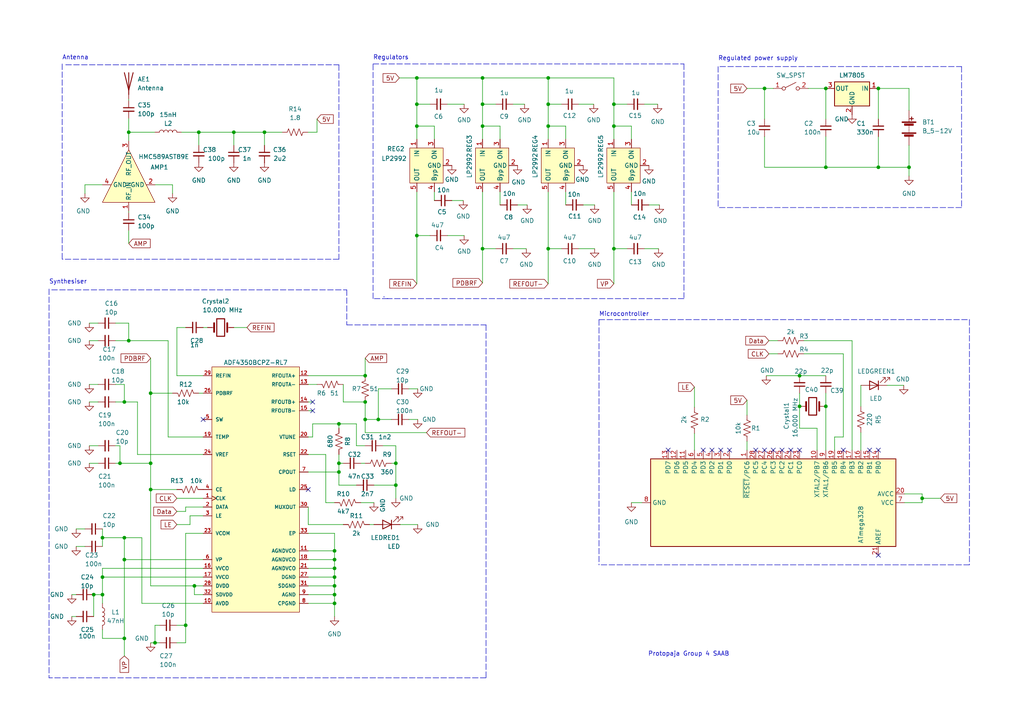
<source format=kicad_sch>
(kicad_sch (version 20211123) (generator eeschema)
  (paper "A4")
  (lib_symbols
    (symbol "C_Small_1" (pin_numbers hide) (pin_names (offset 0.254) hide)
      (property "Reference" "C" (at 0.254 1.778 0))
      (property "Value" "C_Small_1" (at 0.254 -2.032 0))
      (symbol "C_Small_1_1_1"
        (pin passive line (at 0 2.54 270) (length 2.032) (name "~") (number "1"))
        (pin passive line (at 0 -2.54 90) (length 2.032) (name "~") (number "2"))
      )
    )
    (symbol "Device:Antenna" (pin_numbers hide) (pin_names (offset 1.016) hide)
      (property "Reference" "AE" (at -1.905 1.905 0))
      (property "Value" "Antenna" (at -1.905 0 0))
      (symbol "Antenna_1_1"
        (pin input line (at 0 -5.08 90) (length 2.54) (name "A") (number "1"))
      )
    )
    (symbol "Device:Battery" (pin_numbers hide) (pin_names (offset 0) hide)
      (property "Reference" "BT" (at 2.54 2.54 0))
      (property "Value" "Battery" (at 2.54 0 0))
      (symbol "Battery_1_1"
        (pin passive line (at 0 5.08 270) (length 2.54) (name "+") (number "1"))
        (pin passive line (at 0 -5.08 90) (length 2.54) (name "-") (number "2"))
      )
    )
    (symbol "Device:C_Small" (pin_numbers hide) (pin_names (offset 0.254) hide)
      (property "Reference" "C" (at 0.254 1.778 0))
      (property "Value" "C_Small" (at 0.254 -2.032 0))
      (symbol "C_Small_1_1"
        (pin passive line (at 0 2.54 270) (length 2.032) (name "~") (number "1"))
        (pin passive line (at 0 -2.54 90) (length 2.032) (name "~") (number "2"))
      )
    )
    (symbol "Device:Crystal" (pin_numbers hide) (pin_names (offset 1.016) hide)
      (property "Reference" "Y" (at 0 3.81 0))
      (property "Value" "Crystal" (at 0 -3.81 0))
      (symbol "Crystal_1_1"
        (pin passive line (at -3.81 0 0) (length 1.27) (name "1") (number "1"))
        (pin passive line (at 3.81 0 180) (length 1.27) (name "2") (number "2"))
      )
    )
    (symbol "Device:L" (pin_numbers hide) (pin_names (offset 1.016) hide)
      (property "Reference" "L" (at -1.27 0 90))
      (property "Value" "L" (at 1.905 0 90))
      (symbol "L_1_1"
        (pin passive line (at 0 3.81 270) (length 1.27) (name "1") (number "1"))
        (pin passive line (at 0 -3.81 90) (length 1.27) (name "2") (number "2"))
      )
    )
    (symbol "Device:LED" (pin_numbers hide) (pin_names (offset 1.016) hide)
      (property "Reference" "D" (at 0 2.54 0))
      (property "Value" "LED" (at 0 -2.54 0))
      (symbol "LED_1_1"
        (pin passive line (at -3.81 0 0) (length 2.54) (name "K") (number "1"))
        (pin passive line (at 3.81 0 180) (length 2.54) (name "A") (number "2"))
      )
    )
    (symbol "Device:R_US" (pin_numbers hide) (pin_names (offset 0))
      (property "Reference" "R" (at 2.54 0 90))
      (property "Value" "R_US" (at -2.54 0 90))
      (symbol "R_US_1_1"
        (pin passive line (at 0 3.81 270) (length 1.27) (name "~") (number "1"))
        (pin passive line (at 0 -3.81 90) (length 1.27) (name "~") (number "2"))
      )
    )
    (symbol "MCU_Microchip_ATmega:ATmega328-P"
      (property "Reference" "U" (at -12.7 36.83 0))
      (property "Value" "ATmega328-P" (at 2.54 -36.83 0))
      (symbol "ATmega328-P_1_1"
        (pin bidirectional line (at 15.24 -7.62 180) (length 2.54) (name "~{RESET}/PC6") (number "1"))
        (pin bidirectional line (at 15.24 12.7 180) (length 2.54) (name "XTAL2/PB7") (number "10"))
        (pin bidirectional line (at 15.24 -25.4 180) (length 2.54) (name "PD5") (number "11"))
        (pin bidirectional line (at 15.24 -27.94 180) (length 2.54) (name "PD6") (number "12"))
        (pin bidirectional line (at 15.24 -30.48 180) (length 2.54) (name "PD7") (number "13"))
        (pin bidirectional line (at 15.24 30.48 180) (length 2.54) (name "PB0") (number "14"))
        (pin bidirectional line (at 15.24 27.94 180) (length 2.54) (name "PB1") (number "15"))
        (pin bidirectional line (at 15.24 25.4 180) (length 2.54) (name "PB2") (number "16"))
        (pin bidirectional line (at 15.24 22.86 180) (length 2.54) (name "PB3") (number "17"))
        (pin bidirectional line (at 15.24 20.32 180) (length 2.54) (name "PB4") (number "18"))
        (pin bidirectional line (at 15.24 17.78 180) (length 2.54) (name "PB5") (number "19"))
        (pin bidirectional line (at 15.24 -12.7 180) (length 2.54) (name "PD0") (number "2"))
        (pin power_in line (at 2.54 38.1 270) (length 2.54) (name "AVCC") (number "20"))
        (pin passive line (at -15.24 30.48 0) (length 2.54) (name "AREF") (number "21"))
        (pin passive line (at 0 -38.1 90) (length 2.54) hide (name "GND") (number "22"))
        (pin bidirectional line (at 15.24 7.62 180) (length 2.54) (name "PC0") (number "23"))
        (pin bidirectional line (at 15.24 5.08 180) (length 2.54) (name "PC1") (number "24"))
        (pin bidirectional line (at 15.24 2.54 180) (length 2.54) (name "PC2") (number "25"))
        (pin bidirectional line (at 15.24 0 180) (length 2.54) (name "PC3") (number "26"))
        (pin bidirectional line (at 15.24 -2.54 180) (length 2.54) (name "PC4") (number "27"))
        (pin bidirectional line (at 15.24 -5.08 180) (length 2.54) (name "PC5") (number "28"))
        (pin bidirectional line (at 15.24 -15.24 180) (length 2.54) (name "PD1") (number "3"))
        (pin bidirectional line (at 15.24 -17.78 180) (length 2.54) (name "PD2") (number "4"))
        (pin bidirectional line (at 15.24 -20.32 180) (length 2.54) (name "PD3") (number "5"))
        (pin bidirectional line (at 15.24 -22.86 180) (length 2.54) (name "PD4") (number "6"))
        (pin power_in line (at 0 38.1 270) (length 2.54) (name "VCC") (number "7"))
        (pin power_in line (at 0 -38.1 90) (length 2.54) (name "GND") (number "8"))
        (pin bidirectional line (at 15.24 15.24 180) (length 2.54) (name "XTAL1/PB6") (number "9"))
      )
    )
    (symbol "New_Library:ADF4350BCPZ-RL7" (pin_names (offset 1.016))
      (property "Reference" "U" (at 0 5.08 0))
      (property "Value" "ADF4350BCPZ-RL7" (at 0 7.62 0))
      (symbol "ADF4350BCPZ-RL7_1_1"
        (pin input clock (at 2.54 -35.56 0) (length 2.54) (name "CLK") (number "1"))
        (pin power_in line (at 2.54 -66.04 0) (length 2.54) (name "AVDD") (number "10"))
        (pin power_in line (at 33.02 -50.8 180) (length 2.54) (name "AGNDVCO") (number "11"))
        (pin output line (at 33.02 0 180) (length 2.54) (name "RFOUTA+") (number "12"))
        (pin output line (at 33.02 -2.54 180) (length 2.54) (name "RFOUTA-") (number "13"))
        (pin output line (at 33.02 -7.62 180) (length 2.54) (name "RFOUTB+") (number "14"))
        (pin output line (at 33.02 -10.16 180) (length 2.54) (name "RFOUTB-") (number "15"))
        (pin power_in line (at 2.54 -55.88 0) (length 2.54) (name "VVCO") (number "16"))
        (pin power_in line (at 2.54 -58.42 0) (length 2.54) (name "VVCO") (number "17"))
        (pin power_in line (at 33.02 -53.34 180) (length 2.54) (name "AGNDVCO") (number "18"))
        (pin passive line (at 2.54 -17.78 0) (length 2.54) (name "TEMP") (number "19"))
        (pin input line (at 2.54 -38.1 0) (length 2.54) (name "DATA") (number "2"))
        (pin input line (at 33.02 -17.78 180) (length 2.54) (name "VTUNE") (number "20"))
        (pin power_in line (at 33.02 -55.88 180) (length 2.54) (name "AGNDVCO") (number "21"))
        (pin input line (at 33.02 -22.86 180) (length 2.54) (name "RSET") (number "22"))
        (pin passive line (at 2.54 -45.72 0) (length 2.54) (name "VCOM") (number "23"))
        (pin passive line (at 2.54 -22.86 0) (length 2.54) (name "VREF") (number "24"))
        (pin output line (at 33.02 -33.02 180) (length 2.54) (name "LD") (number "25"))
        (pin input line (at 2.54 -5.08 0) (length 2.54) (name "PDBRF") (number "26"))
        (pin power_in line (at 33.02 -58.42 180) (length 2.54) (name "DGND") (number "27"))
        (pin power_in line (at 2.54 -60.96 0) (length 2.54) (name "DVDD") (number "28"))
        (pin input line (at 2.54 0 0) (length 2.54) (name "REFIN") (number "29"))
        (pin input line (at 2.54 -40.64 0) (length 2.54) (name "LE") (number "3"))
        (pin output line (at 33.02 -38.1 180) (length 2.54) (name "MUXOUT") (number "30"))
        (pin power_in line (at 33.02 -60.96 180) (length 2.54) (name "SDGND") (number "31"))
        (pin power_in line (at 2.54 -63.5 0) (length 2.54) (name "SDVDD") (number "32"))
        (pin power_in line (at 33.02 -45.72 180) (length 2.54) (name "EP") (number "33"))
        (pin input line (at 2.54 -33.02 0) (length 2.54) (name "CE") (number "4"))
        (pin passive line (at 2.54 -12.7 0) (length 2.54) (name "SW") (number "5"))
        (pin power_in line (at 2.54 -53.34 0) (length 2.54) (name "VP") (number "6"))
        (pin output line (at 33.02 -27.94 180) (length 2.54) (name "CPOUT") (number "7"))
        (pin power_in line (at 33.02 -66.04 180) (length 2.54) (name "CPGND") (number "8"))
        (pin power_in line (at 33.02 -63.5 180) (length 2.54) (name "AGND") (number "9"))
      )
    )
    (symbol "New_Library:HMC589AST89E"
      (property "Reference" "U" (at 0 10.16 0))
      (property "Value" "HMC589AST89E" (at 0 12.7 0))
      (symbol "HMC589AST89E_1_1"
        (pin input line (at -7.62 0 0) (length 2.54) (name "RF_IN") (number "1"))
        (pin passive line (at 0 -7.62 90) (length 2.54) (name "GND") (number "2"))
        (pin input line (at 12.7 0 180) (length 2.54) (name "RF_OUT") (number "3"))
        (pin passive line (at 0 7.62 270) (length 2.54) (name "GND") (number "4"))
      )
    )
    (symbol "New_Library:LP2992"
      (property "Reference" "U" (at 0 7.366 0))
      (property "Value" "LP2992" (at 0 9.652 0))
      (symbol "LP2992_1_1"
        (pin input line (at -7.62 2.54 0) (length 2.54) (name "IN") (number "1"))
        (pin passive line (at 0 -7.62 90) (length 2.54) (name "GND") (number "2"))
        (pin input line (at -7.62 -2.54 0) (length 2.54) (name "ON") (number "3"))
        (pin passive line (at 7.62 -2.54 180) (length 2.54) (name "Byp") (number "4"))
        (pin output line (at 7.62 2.54 180) (length 2.54) (name "OUT") (number "5"))
      )
    )
    (symbol "Regulator_Linear:L7805" (pin_names (offset 0.254))
      (property "Reference" "U" (at -3.81 3.175 0))
      (property "Value" "L7805" (at 0 3.175 0))
      (symbol "L7805_1_1"
        (pin power_in line (at -7.62 0 0) (length 2.54) (name "IN") (number "1"))
        (pin power_in line (at 0 -7.62 90) (length 2.54) (name "GND") (number "2"))
        (pin power_out line (at 7.62 0 180) (length 2.54) (name "OUT") (number "3"))
      )
    )
    (symbol "Switch:SW_SPST" (pin_names (offset 0) hide)
      (property "Reference" "SW" (at 0 3.175 0))
      (property "Value" "SW_SPST" (at 0 -2.54 0))
      (symbol "SW_SPST_1_1"
        (pin passive line (at -5.08 0 0) (length 2.54) (name "A") (number "1"))
        (pin passive line (at 5.08 0 180) (length 2.54) (name "B") (number "2"))
      )
    )
    (symbol "power:GND" (power) (pin_names (offset 0))
      (property "Value" "GND" (at 0 -3.81 0))
      (symbol "GND_1_1"
        (pin power_in line (at 0 0 270) (length 0) hide (name "GND") (number "1"))
      )
    )
  )
  (junction (at 263.652 48.514))
  (junction (at 29.718 172.466))
  (junction (at 36.068 155.956))
  (junction (at 239.522 48.514))
  (junction (at 159.004 30.226))
  (junction (at 97.028 164.846))
  (junction (at 37.338 38.354))
  (junction (at 97.028 172.466))
  (junction (at 105.918 121.666))
  (junction (at 114.808 134.366))
  (junction (at 37.338 98.806))
  (junction (at 97.028 169.926))
  (junction (at 36.068 185.166))
  (junction (at 267.462 144.526))
  (junction (at 43.688 114.046))
  (junction (at 139.954 30.226))
  (junction (at 159.004 36.576))
  (junction (at 120.904 22.606))
  (junction (at 239.522 117.856))
  (junction (at 178.054 30.226))
  (junction (at 139.954 36.576))
  (junction (at 120.904 30.226))
  (junction (at 29.718 167.386))
  (junction (at 120.904 36.576))
  (junction (at 98.298 122.936))
  (junction (at 109.728 121.666))
  (junction (at 178.054 36.576))
  (junction (at 27.178 172.466))
  (junction (at 34.798 134.366))
  (junction (at 53.848 181.356))
  (junction (at 97.028 162.306))
  (junction (at 97.028 159.766))
  (junction (at 76.708 38.354))
  (junction (at 67.818 38.354))
  (junction (at 139.954 22.606))
  (junction (at 120.904 68.326))
  (junction (at 44.958 186.436))
  (junction (at 231.902 108.966))
  (junction (at 114.808 140.716))
  (junction (at 36.068 116.586))
  (junction (at 29.718 155.956))
  (junction (at 239.522 25.654))
  (junction (at 97.028 175.006))
  (junction (at 36.068 162.306))
  (junction (at 98.298 134.366))
  (junction (at 139.954 72.136))
  (junction (at 56.388 169.926))
  (junction (at 221.742 25.654))
  (junction (at 43.688 141.986))
  (junction (at 57.658 38.354))
  (junction (at 254.762 25.654))
  (junction (at 105.918 108.966))
  (junction (at 231.902 117.856))
  (junction (at 254.762 48.514))
  (junction (at 159.004 72.136))
  (junction (at 178.054 72.136))
  (junction (at 43.688 134.366))
  (junction (at 97.028 167.386))
  (junction (at 98.298 136.906))
  (junction (at 105.918 116.586))
  (junction (at 159.004 22.606))
  (no_connect (at 206.502 130.556))
  (no_connect (at 221.742 130.556))
  (no_connect (at 211.582 130.556))
  (no_connect (at 219.202 130.556))
  (no_connect (at 193.802 130.556))
  (no_connect (at 209.042 130.556))
  (no_connect (at 203.962 130.556))
  (no_connect (at 226.822 130.556))
  (no_connect (at 224.282 130.556))
  (no_connect (at 254.762 161.036))
  (no_connect (at 252.222 130.556))
  (no_connect (at 254.762 130.556))
  (no_connect (at 244.602 130.556))
  (no_connect (at 231.902 130.556))
  (no_connect (at 229.362 130.556))
  (no_connect (at 58.928 121.666))
  (no_connect (at 90.678 116.586))
  (no_connect (at 90.678 119.126))
  (no_connect (at 89.408 141.986))
  (wire (pts (xy 120.904 22.606) (xy 139.954 22.606)))
  (wire (pts (xy 191.262 59.436) (xy 188.214 59.436)))
  (wire (pts (xy 90.678 122.936) (xy 98.298 122.936)))
  (polyline (pts (xy 281.178 92.71) (xy 281.178 163.83)))
  (wire (pts (xy 99.568 111.506) (xy 99.568 116.586)))
  (wire (pts (xy 242.062 126.746) (xy 244.602 126.746)))
  (wire (pts (xy 25.908 111.506) (xy 28.448 111.506)))
  (wire (pts (xy 50.038 53.594) (xy 44.958 53.594)))
  (wire (pts (xy 139.954 72.136) (xy 139.954 82.042)))
  (polyline (pts (xy 173.736 92.71) (xy 173.736 163.83)))
  (wire (pts (xy 91.948 38.354) (xy 89.408 38.354)))
  (wire (pts (xy 27.178 172.466) (xy 29.718 172.466)))
  (wire (pts (xy 178.054 72.136) (xy 178.054 82.296)))
  (wire (pts (xy 52.578 38.354) (xy 57.658 38.354)))
  (wire (pts (xy 239.522 117.856) (xy 239.522 130.556)))
  (wire (pts (xy 103.378 122.936) (xy 103.378 129.286)))
  (wire (pts (xy 43.688 169.926) (xy 43.688 141.986)))
  (wire (pts (xy 247.142 98.806) (xy 233.172 98.806)))
  (wire (pts (xy 58.928 154.686) (xy 53.848 154.686)))
  (wire (pts (xy 20.828 178.816) (xy 22.098 178.816)))
  (wire (pts (xy 60.198 94.996) (xy 58.928 94.996)))
  (wire (pts (xy 159.004 72.136) (xy 159.004 82.296)))
  (wire (pts (xy 254.762 25.654) (xy 263.652 25.654)))
  (polyline (pts (xy 112.522 86.614) (xy 108.204 86.614)))
  (wire (pts (xy 239.522 39.624) (xy 239.522 48.514)))
  (wire (pts (xy 105.918 116.586) (xy 105.918 121.666)))
  (wire (pts (xy 20.828 172.466) (xy 22.098 172.466)))
  (wire (pts (xy 51.308 148.336) (xy 53.848 148.336)))
  (wire (pts (xy 97.028 169.926) (xy 97.028 167.386)))
  (wire (pts (xy 34.798 129.286) (xy 34.798 134.366)))
  (wire (pts (xy 221.742 39.624) (xy 221.742 48.514)))
  (polyline (pts (xy 278.892 19.304) (xy 278.892 60.198)))
  (wire (pts (xy 58.928 126.746) (xy 48.768 126.746)))
  (wire (pts (xy 98.298 131.826) (xy 98.298 134.366)))
  (wire (pts (xy 81.788 38.354) (xy 76.708 38.354)))
  (wire (pts (xy 105.918 134.366) (xy 104.648 134.366)))
  (wire (pts (xy 50.038 114.046) (xy 43.688 114.046)))
  (wire (pts (xy 239.522 117.856) (xy 239.522 114.046)))
  (wire (pts (xy 164.084 36.576) (xy 164.084 40.386)))
  (wire (pts (xy 41.148 155.956) (xy 36.068 155.956)))
  (wire (pts (xy 225.552 102.616) (xy 223.012 102.616)))
  (wire (pts (xy 231.902 114.046) (xy 231.902 117.856)))
  (wire (pts (xy 254.762 34.544) (xy 254.762 25.654)))
  (wire (pts (xy 97.028 169.926) (xy 89.408 169.926)))
  (wire (pts (xy 178.054 55.626) (xy 178.054 72.136)))
  (wire (pts (xy 249.682 125.476) (xy 249.682 130.556)))
  (wire (pts (xy 58.928 175.006) (xy 41.148 175.006)))
  (polyline (pts (xy 14.224 83.82) (xy 14.224 196.596)))
  (wire (pts (xy 139.954 36.576) (xy 139.954 40.386)))
  (wire (pts (xy 37.338 93.726) (xy 37.338 98.806)))
  (wire (pts (xy 97.028 172.466) (xy 97.028 169.926)))
  (wire (pts (xy 91.948 34.544) (xy 91.948 38.354)))
  (wire (pts (xy 89.408 147.066) (xy 89.408 152.146)))
  (wire (pts (xy 97.028 164.846) (xy 89.408 164.846)))
  (wire (pts (xy 36.068 162.306) (xy 36.068 185.166)))
  (wire (pts (xy 178.054 36.576) (xy 178.054 40.386)))
  (wire (pts (xy 90.678 119.126) (xy 89.408 119.126)))
  (wire (pts (xy 139.954 30.226) (xy 139.954 36.576)))
  (wire (pts (xy 90.678 116.586) (xy 89.408 116.586)))
  (wire (pts (xy 120.904 36.576) (xy 120.904 40.386)))
  (wire (pts (xy 186.944 72.136) (xy 191.008 72.136)))
  (wire (pts (xy 58.928 144.526) (xy 51.308 144.526)))
  (wire (pts (xy 90.678 126.746) (xy 90.678 122.936)))
  (wire (pts (xy 108.458 152.146) (xy 107.188 152.146)))
  (wire (pts (xy 36.068 116.586) (xy 33.528 116.586)))
  (wire (pts (xy 98.298 122.936) (xy 103.378 122.936)))
  (wire (pts (xy 159.004 22.606) (xy 159.004 30.226)))
  (wire (pts (xy 244.602 102.616) (xy 233.172 102.616)))
  (wire (pts (xy 164.084 55.626) (xy 164.084 59.436)))
  (wire (pts (xy 225.552 98.806) (xy 223.012 98.806)))
  (wire (pts (xy 114.808 129.286) (xy 114.808 134.366)))
  (wire (pts (xy 97.028 175.006) (xy 97.028 178.816)))
  (wire (pts (xy 55.118 152.146) (xy 55.118 149.606)))
  (wire (pts (xy 89.408 175.006) (xy 97.028 175.006)))
  (wire (pts (xy 37.338 98.806) (xy 33.528 98.806)))
  (wire (pts (xy 167.894 72.136) (xy 172.466 72.136)))
  (wire (pts (xy 39.878 131.826) (xy 39.878 116.586)))
  (wire (pts (xy 105.918 121.666) (xy 105.918 125.476)))
  (wire (pts (xy 57.658 38.354) (xy 57.658 42.164)))
  (wire (pts (xy 124.714 68.326) (xy 120.904 68.326)))
  (polyline (pts (xy 100.584 94.234) (xy 140.97 94.234)))
  (polyline (pts (xy 14.986 84.074) (xy 100.584 84.074)))
  (wire (pts (xy 37.338 66.802) (xy 37.338 70.612)))
  (wire (pts (xy 216.662 25.654) (xy 221.742 25.654)))
  (wire (pts (xy 43.688 141.986) (xy 43.688 134.366)))
  (polyline (pts (xy 108.204 18.542) (xy 198.374 18.542)))
  (wire (pts (xy 139.954 36.576) (xy 145.034 36.576)))
  (wire (pts (xy 51.308 141.986) (xy 43.688 141.986)))
  (wire (pts (xy 145.034 36.576) (xy 145.034 40.386)))
  (wire (pts (xy 57.658 114.046) (xy 58.928 114.046)))
  (wire (pts (xy 43.688 114.046) (xy 43.688 134.366)))
  (wire (pts (xy 44.958 181.356) (xy 44.958 186.436)))
  (wire (pts (xy 221.742 48.514) (xy 239.522 48.514)))
  (wire (pts (xy 129.794 68.326) (xy 134.62 68.326)))
  (wire (pts (xy 183.134 145.796) (xy 186.182 145.796)))
  (wire (pts (xy 25.908 98.806) (xy 28.448 98.806)))
  (wire (pts (xy 44.958 38.354) (xy 37.338 38.354)))
  (wire (pts (xy 262.128 111.76) (xy 257.302 111.76)))
  (wire (pts (xy 267.462 143.256) (xy 262.382 143.256)))
  (wire (pts (xy 120.904 36.576) (xy 125.984 36.576)))
  (wire (pts (xy 43.688 134.366) (xy 34.798 134.366)))
  (polyline (pts (xy 140.97 196.596) (xy 14.224 196.596)))
  (wire (pts (xy 97.028 164.846) (xy 97.028 162.306)))
  (wire (pts (xy 121.158 152.146) (xy 116.078 152.146)))
  (polyline (pts (xy 208.788 19.304) (xy 278.892 19.304)))
  (wire (pts (xy 36.068 111.506) (xy 36.068 116.586)))
  (wire (pts (xy 167.894 30.226) (xy 172.212 30.226)))
  (wire (pts (xy 178.054 22.606) (xy 178.054 30.226)))
  (wire (pts (xy 148.844 72.136) (xy 152.654 72.136)))
  (wire (pts (xy 22.098 158.496) (xy 24.638 158.496)))
  (wire (pts (xy 139.954 22.606) (xy 159.004 22.606)))
  (wire (pts (xy 108.458 145.796) (xy 104.648 145.796)))
  (wire (pts (xy 201.422 118.11) (xy 201.422 112.268)))
  (wire (pts (xy 159.004 22.606) (xy 178.054 22.606)))
  (wire (pts (xy 143.764 72.136) (xy 139.954 72.136)))
  (wire (pts (xy 57.658 38.354) (xy 67.818 38.354)))
  (wire (pts (xy 53.848 181.356) (xy 53.848 186.436)))
  (wire (pts (xy 67.818 38.354) (xy 76.708 38.354)))
  (polyline (pts (xy 19.05 18.796) (xy 98.298 18.796)))
  (wire (pts (xy 159.004 55.626) (xy 159.004 72.136)))
  (polyline (pts (xy 98.298 18.796) (xy 98.298 75.184)))
  (wire (pts (xy 43.688 114.046) (xy 43.688 103.886)))
  (wire (pts (xy 25.908 134.366) (xy 28.448 134.366)))
  (wire (pts (xy 36.068 185.166) (xy 36.068 190.246)))
  (polyline (pts (xy 100.584 84.074) (xy 100.584 94.234)))
  (wire (pts (xy 98.298 140.716) (xy 98.298 136.906)))
  (wire (pts (xy 98.298 124.206) (xy 98.298 122.936)))
  (wire (pts (xy 263.652 42.164) (xy 263.652 48.514)))
  (polyline (pts (xy 98.298 75.184) (xy 18.034 75.184)))
  (wire (pts (xy 234.442 25.654) (xy 239.522 25.654)))
  (wire (pts (xy 33.528 111.506) (xy 36.068 111.506)))
  (wire (pts (xy 129.794 30.226) (xy 134.62 30.226)))
  (wire (pts (xy 124.714 30.226) (xy 120.904 30.226)))
  (wire (pts (xy 39.878 116.586) (xy 36.068 116.586)))
  (polyline (pts (xy 140.97 94.234) (xy 140.97 196.596)))
  (wire (pts (xy 36.068 155.956) (xy 29.718 155.956)))
  (polyline (pts (xy 278.892 60.198) (xy 208.28 60.198)))
  (wire (pts (xy 51.308 94.996) (xy 51.308 108.966)))
  (wire (pts (xy 24.638 56.134) (xy 24.638 53.594)))
  (wire (pts (xy 221.742 25.654) (xy 224.282 25.654)))
  (polyline (pts (xy 198.374 18.542) (xy 198.374 86.36)))
  (wire (pts (xy 263.652 25.654) (xy 263.652 32.004)))
  (wire (pts (xy 29.718 153.416) (xy 29.718 155.956)))
  (wire (pts (xy 114.808 140.716) (xy 114.808 144.526)))
  (wire (pts (xy 247.142 130.556) (xy 247.142 98.806)))
  (wire (pts (xy 109.728 112.776) (xy 109.728 121.666)))
  (polyline (pts (xy 208.28 19.304) (xy 208.28 60.198)))
  (wire (pts (xy 103.378 129.286) (xy 105.918 129.286)))
  (wire (pts (xy 51.308 108.966) (xy 58.928 108.966)))
  (wire (pts (xy 183.134 55.626) (xy 183.134 59.436)))
  (wire (pts (xy 37.338 34.29) (xy 37.338 38.354)))
  (wire (pts (xy 105.918 103.886) (xy 105.918 108.966)))
  (wire (pts (xy 97.028 159.766) (xy 89.408 159.766)))
  (wire (pts (xy 231.902 108.966) (xy 222.25 108.966)))
  (wire (pts (xy 98.298 134.366) (xy 98.298 136.906)))
  (wire (pts (xy 51.308 186.436) (xy 53.848 186.436)))
  (wire (pts (xy 113.538 121.666) (xy 109.728 121.666)))
  (wire (pts (xy 244.602 126.746) (xy 244.602 102.616)))
  (wire (pts (xy 267.462 144.526) (xy 272.796 144.526)))
  (polyline (pts (xy 173.736 92.71) (xy 281.178 92.71)))
  (wire (pts (xy 22.098 153.416) (xy 24.638 153.416)))
  (wire (pts (xy 181.864 30.226) (xy 178.054 30.226)))
  (wire (pts (xy 36.068 155.956) (xy 36.068 162.306)))
  (wire (pts (xy 267.462 144.526) (xy 267.462 145.796)))
  (wire (pts (xy 125.984 36.576) (xy 125.984 40.386)))
  (wire (pts (xy 89.408 131.826) (xy 94.488 131.826)))
  (wire (pts (xy 113.538 112.776) (xy 109.728 112.776)))
  (wire (pts (xy 53.848 147.066) (xy 58.928 147.066)))
  (wire (pts (xy 58.928 169.926) (xy 56.388 169.926)))
  (wire (pts (xy 97.028 154.686) (xy 89.408 154.686)))
  (wire (pts (xy 76.708 38.354) (xy 76.708 42.164)))
  (wire (pts (xy 115.824 22.606) (xy 120.904 22.606)))
  (wire (pts (xy 33.528 93.726) (xy 37.338 93.726)))
  (wire (pts (xy 41.148 175.006) (xy 41.148 155.956)))
  (wire (pts (xy 98.298 134.366) (xy 99.568 134.366)))
  (wire (pts (xy 29.718 155.956) (xy 29.718 158.496)))
  (wire (pts (xy 143.764 30.226) (xy 139.954 30.226)))
  (wire (pts (xy 242.062 130.556) (xy 242.062 126.746)))
  (wire (pts (xy 37.338 28.702) (xy 37.338 29.21)))
  (wire (pts (xy 97.028 167.386) (xy 89.408 167.386)))
  (wire (pts (xy 139.954 55.626) (xy 139.954 72.136)))
  (wire (pts (xy 249.682 117.856) (xy 249.682 111.76)))
  (wire (pts (xy 139.954 22.606) (xy 139.954 30.226)))
  (wire (pts (xy 48.768 98.806) (xy 37.338 98.806)))
  (wire (pts (xy 105.918 108.966) (xy 89.408 108.966)))
  (wire (pts (xy 183.134 40.386) (xy 183.134 36.576)))
  (wire (pts (xy 58.928 131.826) (xy 39.878 131.826)))
  (wire (pts (xy 58.928 167.386) (xy 29.718 167.386)))
  (wire (pts (xy 110.998 129.286) (xy 114.808 129.286)))
  (wire (pts (xy 178.054 30.226) (xy 178.054 36.576)))
  (wire (pts (xy 120.904 55.626) (xy 120.904 68.326)))
  (wire (pts (xy 267.462 145.796) (xy 262.382 145.796)))
  (wire (pts (xy 239.522 108.966) (xy 231.902 108.966)))
  (wire (pts (xy 121.158 121.666) (xy 118.618 121.666)))
  (wire (pts (xy 159.004 36.576) (xy 164.084 36.576)))
  (wire (pts (xy 113.538 134.366) (xy 114.808 134.366)))
  (wire (pts (xy 89.408 126.746) (xy 90.678 126.746)))
  (wire (pts (xy 120.904 22.606) (xy 120.904 30.226)))
  (wire (pts (xy 263.652 51.054) (xy 263.652 48.514)))
  (wire (pts (xy 46.228 181.356) (xy 44.958 181.356)))
  (wire (pts (xy 105.918 116.586) (xy 99.568 116.586)))
  (wire (pts (xy 53.848 154.686) (xy 53.848 181.356)))
  (wire (pts (xy 53.848 94.996) (xy 51.308 94.996)))
  (wire (pts (xy 97.028 162.306) (xy 89.408 162.306)))
  (polyline (pts (xy 198.374 86.614) (xy 112.268 86.614)))
  (wire (pts (xy 43.688 169.926) (xy 56.388 169.926)))
  (wire (pts (xy 172.466 59.436) (xy 169.164 59.436)))
  (wire (pts (xy 94.488 131.826) (xy 94.488 145.796)))
  (wire (pts (xy 51.308 181.356) (xy 53.848 181.356)))
  (wire (pts (xy 97.028 167.386) (xy 97.028 164.846)))
  (wire (pts (xy 162.814 30.226) (xy 159.004 30.226)))
  (wire (pts (xy 221.742 25.654) (xy 221.742 34.544)))
  (wire (pts (xy 58.928 172.466) (xy 56.388 172.466)))
  (wire (pts (xy 109.728 121.666) (xy 105.918 121.666)))
  (wire (pts (xy 24.638 53.594) (xy 29.718 53.594)))
  (wire (pts (xy 231.902 117.856) (xy 231.902 124.206)))
  (wire (pts (xy 181.864 72.136) (xy 178.054 72.136)))
  (wire (pts (xy 162.814 72.136) (xy 159.004 72.136)))
  (polyline (pts (xy 108.204 86.614) (xy 108.204 18.542)))
  (wire (pts (xy 145.034 55.626) (xy 145.034 59.436)))
  (wire (pts (xy 53.848 148.336) (xy 53.848 147.066)))
  (wire (pts (xy 46.228 186.436) (xy 44.958 186.436)))
  (wire (pts (xy 29.718 185.166) (xy 36.068 185.166)))
  (wire (pts (xy 97.028 172.466) (xy 89.408 172.466)))
  (wire (pts (xy 103.378 140.716) (xy 98.298 140.716)))
  (wire (pts (xy 98.298 136.906) (xy 89.408 136.906)))
  (wire (pts (xy 263.652 48.514) (xy 254.762 48.514)))
  (wire (pts (xy 58.928 164.846) (xy 29.718 164.846)))
  (wire (pts (xy 134.366 58.166) (xy 131.064 58.166)))
  (wire (pts (xy 25.908 116.586) (xy 28.448 116.586)))
  (wire (pts (xy 94.488 145.796) (xy 97.028 145.796)))
  (wire (pts (xy 29.718 164.846) (xy 29.718 167.386)))
  (wire (pts (xy 91.948 111.506) (xy 89.408 111.506)))
  (wire (pts (xy 37.338 38.354) (xy 37.338 40.894)))
  (wire (pts (xy 27.178 172.466) (xy 27.178 178.816)))
  (wire (pts (xy 29.718 172.466) (xy 29.718 175.006)))
  (wire (pts (xy 29.718 182.626) (xy 29.718 185.166)))
  (wire (pts (xy 186.944 30.226) (xy 190.754 30.226)))
  (wire (pts (xy 121.158 112.776) (xy 118.618 112.776)))
  (wire (pts (xy 34.798 134.366) (xy 33.528 134.366)))
  (wire (pts (xy 120.904 30.226) (xy 120.904 36.576)))
  (wire (pts (xy 97.028 162.306) (xy 97.028 159.766)))
  (wire (pts (xy 183.134 36.576) (xy 178.054 36.576)))
  (wire (pts (xy 48.768 126.746) (xy 48.768 98.806)))
  (polyline (pts (xy 111.252 86.106) (xy 111.506 86.106)))
  (wire (pts (xy 71.628 94.996) (xy 67.818 94.996)))
  (wire (pts (xy 254.762 48.514) (xy 254.762 39.624)))
  (wire (pts (xy 97.028 159.766) (xy 97.028 154.686)))
  (wire (pts (xy 51.308 152.146) (xy 55.118 152.146)))
  (wire (pts (xy 159.004 30.226) (xy 159.004 36.576)))
  (wire (pts (xy 58.928 149.606) (xy 55.118 149.606)))
  (wire (pts (xy 50.038 56.134) (xy 50.038 53.594)))
  (wire (pts (xy 114.808 134.366) (xy 114.808 140.716)))
  (wire (pts (xy 125.984 55.626) (xy 125.984 58.166)))
  (polyline (pts (xy 281.178 163.83) (xy 173.736 163.83)))
  (wire (pts (xy 216.662 130.556) (xy 216.662 128.016)))
  (wire (pts (xy 120.904 68.326) (xy 120.904 82.296)))
  (wire (pts (xy 254.762 48.514) (xy 239.522 48.514)))
  (wire (pts (xy 148.844 30.226) (xy 152.146 30.226)))
  (wire (pts (xy 159.004 36.576) (xy 159.004 40.386)))
  (wire (pts (xy 239.522 25.654) (xy 239.522 34.544)))
  (wire (pts (xy 105.918 125.476) (xy 123.698 125.476)))
  (wire (pts (xy 25.908 129.286) (xy 28.448 129.286)))
  (wire (pts (xy 58.928 162.306) (xy 36.068 162.306)))
  (wire (pts (xy 33.528 129.286) (xy 34.798 129.286)))
  (wire (pts (xy 37.338 61.214) (xy 37.338 61.722)))
  (wire (pts (xy 89.408 152.146) (xy 99.568 152.146)))
  (polyline (pts (xy 18.034 18.542) (xy 18.034 75.184)))
  (wire (pts (xy 29.718 167.386) (xy 29.718 172.466)))
  (wire (pts (xy 25.908 93.726) (xy 28.448 93.726)))
  (wire (pts (xy 56.388 172.466) (xy 56.388 169.926)))
  (wire (pts (xy 67.818 38.354) (xy 67.818 42.164)))
  (wire (pts (xy 216.662 116.078) (xy 216.662 120.396)))
  (wire (pts (xy 44.958 186.436) (xy 43.688 186.436)))
  (wire (pts (xy 267.462 143.256) (xy 267.462 144.526)))
  (wire (pts (xy 236.982 124.206) (xy 236.982 130.556)))
  (wire (pts (xy 152.908 59.436) (xy 150.114 59.436)))
  (wire (pts (xy 97.028 175.006) (xy 97.028 172.466)))
  (wire (pts (xy 108.458 140.716) (xy 114.808 140.716)))
  (wire (pts (xy 201.422 125.73) (xy 201.422 130.556)))
  (wire (pts (xy 236.982 124.206) (xy 231.902 124.206)))
  (text "Protopaja Group 4 SAAB" (at 187.96 190.5 0) (effects (font (size 1.27 1.27)) (justify left bottom)))
  (text "Antenna" (at 18.034 17.526 0) (effects (font (size 1.27 1.27)) (justify left bottom)))
  (text "Microcontroller" (at 173.736 91.948 0) (effects (font (size 1.27 1.27)) (justify left bottom)))
  (text "Regulators" (at 108.204 17.526 0) (effects (font (size 1.27 1.27)) (justify left bottom)))
  (text "Synthesiser" (at 14.224 82.55 0) (effects (font (size 1.27 1.27)) (justify left bottom)))
  (text "Regulated power supply" (at 208.28 17.78 0) (effects (font (size 1.27 1.27)) (justify left bottom)))
  (global_label "REFIN" (shape input) (at 120.904 82.296 180) (property "Intersheet References" "${INTERSHEET_REFS}" (effects hide)))
  (global_label "5V" (shape input) (at 272.796 144.526 0) (property "Intersheet References" "${INTERSHEET_REFS}" (effects hide)))
  (global_label "5V" (shape input) (at 216.662 25.654 180) (property "Intersheet References" "${INTERSHEET_REFS}" (effects hide)))
  (global_label "REFOUT-" (shape input) (at 123.698 125.476 0) (property "Intersheet References" "${INTERSHEET_REFS}" (effects hide)))
  (global_label "Data" (shape input) (at 223.012 98.806 180) (property "Intersheet References" "${INTERSHEET_REFS}" (effects hide)))
  (global_label "REFOUT-" (shape input) (at 159.004 82.296 180) (property "Intersheet References" "${INTERSHEET_REFS}" (effects hide)))
  (global_label "REFIN" (shape input) (at 71.628 94.996 0) (property "Intersheet References" "${INTERSHEET_REFS}" (effects hide)))
  (global_label "LE" (shape input) (at 201.422 112.268 180) (property "Intersheet References" "${INTERSHEET_REFS}" (effects hide)))
  (global_label "AMP" (shape input) (at 105.918 103.886 0) (property "Intersheet References" "${INTERSHEET_REFS}" (effects hide)))
  (global_label "PDBRF" (shape input) (at 43.688 103.886 180) (property "Intersheet References" "${INTERSHEET_REFS}" (effects hide)))
  (global_label "AMP" (shape input) (at 37.338 70.612 0) (property "Intersheet References" "${INTERSHEET_REFS}" (effects hide)))
  (global_label "LE" (shape input) (at 51.308 152.146 180) (property "Intersheet References" "${INTERSHEET_REFS}" (effects hide)))
  (global_label "CLK" (shape input) (at 51.308 144.526 180) (property "Intersheet References" "${INTERSHEET_REFS}" (effects hide)))
  (global_label "CLK" (shape input) (at 223.012 102.616 180) (property "Intersheet References" "${INTERSHEET_REFS}" (effects hide)))
  (global_label "5V" (shape input) (at 91.948 34.544 0) (property "Intersheet References" "${INTERSHEET_REFS}" (effects hide)))
  (global_label "VP" (shape input) (at 36.068 190.246 270) (property "Intersheet References" "${INTERSHEET_REFS}" (effects hide)))
  (global_label "PDBRF" (shape input) (at 139.954 82.042 180) (property "Intersheet References" "${INTERSHEET_REFS}" (effects hide)))
  (global_label "Data" (shape input) (at 51.308 148.336 180) (property "Intersheet References" "${INTERSHEET_REFS}" (effects hide)))
  (global_label "5V" (shape input) (at 115.824 22.606 180) (property "Intersheet References" "${INTERSHEET_REFS}" (effects hide)))
  (global_label "5V" (shape input) (at 216.662 116.078 180) (property "Intersheet References" "${INTERSHEET_REFS}" (effects hide)))
  (global_label "VP" (shape input) (at 178.054 82.296 180) (property "Intersheet References" "${INTERSHEET_REFS}" (effects hide)))
  (symbol (lib_name "C_Small_1") (lib_id "Device:C_Small") (at 239.522 111.506 0) (mirror x) (unit 1)
    (property "Reference" "C39" (at 240.792 113.284 0) (effects (justify left)))
    (property "Value" "22p" (at 237.998 107.442 0) (effects (justify left)))
    (property "Footprint" "Capacitor_SMD:C_0603_1608Metric" (effects hide))
  )
  (symbol (lib_id "Device:C_Small") (at 48.768 186.436 270) (unit 1)
    (property "Reference" "C27" (at 46.228 190.2522 90) (effects (justify left)))
    (property "Value" "100n" (at 46.228 192.786 90) (effects (justify left)))
    (property "Footprint" "Capacitor_SMD:C_0603_1608Metric" (effects hide))
  )
  (symbol (lib_id "Device:C_Small") (at 116.078 112.776 270) (unit 1)
    (property "Reference" "C29" (at 114.808 107.696 90) (effects (justify left)))
    (property "Value" "10p" (at 114.808 110.236 90) (effects (justify left)))
    (property "Footprint" "Capacitor_SMD:C_0603_1608Metric" (effects hide))
  )
  (symbol (lib_id "Device:C_Small") (at 127.254 68.326 90) (mirror x) (unit 1)
    (property "Reference" "C4" (at 128.778 71.882 90) (effects (justify left)))
    (property "Value" "4u7" (at 128.778 65.278 90) (effects (justify left)))
    (property "Footprint" "Capacitor_SMD:C_0805_2012Metric" (effects hide))
  )
  (symbol (lib_id "Device:C_Small") (at 37.338 64.262 0) (unit 1)
    (property "Reference" "C34" (at 39.878 62.9982 0) (effects (justify left)))
    (property "Value" "100p" (at 39.878 65.532 0) (effects (justify left)))
    (property "Footprint" "Capacitor_SMD:C_0603_1608Metric" (effects hide))
  )
  (symbol (lib_id "Device:C_Small") (at 239.522 37.084 0) (unit 1)
    (property "Reference" "C2" (at 233.172 35.814 0) (effects (justify left)))
    (property "Value" "100n" (at 233.172 38.354 0) (effects (justify left)))
    (property "Footprint" "Capacitor_SMD:C_0603_1608Metric" (effects hide))
  )
  (symbol (lib_id "Device:C_Small") (at 24.638 178.816 270) (unit 1)
    (property "Reference" "C25" (at 23.368 182.626 90) (effects (justify left)))
    (property "Value" "100n" (at 22.733 184.531 90) (effects (justify left)))
    (property "Footprint" "Capacitor_SMD:C_0603_1608Metric" (effects hide))
  )
  (symbol (lib_id "Device:C_Small") (at 146.304 30.226 90) (mirror x) (unit 1)
    (property "Reference" "C9" (at 147.574 33.782 90) (effects (justify left)))
    (property "Value" "1u" (at 147.574 26.924 90) (effects (justify left)))
    (property "Footprint" "Capacitor_SMD:C_0603_1608Metric" (effects hide))
  )
  (symbol (lib_id "power:GND") (at 25.908 129.286 0) (unit 1)
    (property "Reference" "#PWR0132" (effects hide))
    (property "Value" "GND" (at 19.558 129.286 0) (effects (justify left)))
  )
  (symbol (lib_id "Device:C_Small") (at 30.988 111.506 270) (unit 1)
    (property "Reference" "C18" (at 32.258 107.696 90) (effects (justify left)))
    (property "Value" "10p" (at 32.258 110.236 90) (effects (justify left)))
    (property "Footprint" "Capacitor_SMD:C_0603_1608Metric" (effects hide))
  )
  (symbol (lib_id "Device:R_US") (at 55.118 141.986 90) (mirror x) (unit 1)
    (property "Reference" "R13" (at 51.308 139.446 90))
    (property "Value" "10k" (at 55.118 139.446 90) (effects (justify right)))
    (property "Footprint" "Resistor_SMD:R_0603_1608Metric_Pad0.98x0.95mm_HandSolder" (effects hide))
  )
  (symbol (lib_id "power:GND") (at 24.638 56.134 0) (unit 1)
    (property "Reference" "#PWR0137" (effects hide))
    (property "Value" "GND" (at 22.098 61.214 0) (effects (justify left)))
  )
  (symbol (lib_id "power:GND") (at 222.25 108.966 0) (mirror y) (unit 1)
    (property "Reference" "#PWR0102" (effects hide))
    (property "Value" "GND" (at 224.536 107.442 0) (effects (justify left)))
  )
  (symbol (lib_id "power:GND") (at 134.62 30.226 0) (mirror y) (unit 1)
    (property "Reference" "#PWR0119" (effects hide))
    (property "Value" "GND" (at 134.62 34.798 0))
  )
  (symbol (lib_id "Device:R_US") (at 201.422 121.92 0) (unit 1)
    (property "Reference" "R2" (at 204.47 121.666 0))
    (property "Value" "2k" (at 198.374 121.666 90))
    (property "Footprint" "Resistor_SMD:R_0603_1608Metric_Pad0.98x0.95mm_HandSolder" (effects hide))
  )
  (symbol (lib_id "Device:LED") (at 112.268 152.146 180) (unit 1)
    (property "Reference" "LEDRED1" (at 116.078 155.956 0) (effects (justify left)))
    (property "Value" "LED" (at 116.078 158.496 0) (effects (justify left)))
    (property "Footprint" "LED_THT:LED_D2.0mm_W4.8mm_H2.5mm_FlatTop" (effects hide))
  )
  (symbol (lib_id "Device:C_Small") (at 67.818 44.704 0) (mirror y) (unit 1)
    (property "Reference" "C37" (at 72.898 43.434 0) (effects (justify left)))
    (property "Value" "1n" (at 72.898 45.9678 0) (effects (justify left)))
    (property "Footprint" "Capacitor_SMD:C_0805_2012Metric" (effects hide))
  )
  (symbol (lib_id "power:GND") (at 152.654 72.136 0) (mirror y) (unit 1)
    (property "Reference" "#PWR0101" (effects hide))
    (property "Value" "GND" (at 152.654 76.708 0))
  )
  (symbol (lib_id "Device:LED") (at 253.492 111.76 180) (unit 1)
    (property "Reference" "LEDGREEN1" (at 248.666 107.696 0) (effects (justify right)))
    (property "Value" "LED" (at 252.222 115.57 0) (effects (justify right)))
    (property "Footprint" "LED_THT:LED_D2.0mm_W4.8mm_H2.5mm_FlatTop" (effects hide))
  )
  (symbol (lib_id "Device:C_Small") (at 254.762 37.084 0) (unit 1)
    (property "Reference" "C1" (at 248.412 35.814 0) (effects (justify left)))
    (property "Value" "330n" (at 248.412 38.354 0) (effects (justify left)))
    (property "Footprint" "Capacitor_SMD:C_0603_1608Metric" (effects hide))
  )
  (symbol (lib_id "Device:C_Small") (at 102.108 134.366 270) (unit 1)
    (property "Reference" "C32" (at 100.838 131.826 90) (effects (justify left)))
    (property "Value" "47n" (at 100.838 138.176 90) (effects (justify left)))
    (property "Footprint" "Capacitor_SMD:C_0603_1608Metric" (effects hide))
  )
  (symbol (lib_id "Device:R_US") (at 229.362 102.616 90) (unit 1)
    (property "Reference" "R4" (at 233.172 101.346 90))
    (property "Value" "2k" (effects hide))
    (property "Footprint" "Resistor_SMD:R_0603_1608Metric_Pad0.98x0.95mm_HandSolder" (effects hide))
  )
  (symbol (lib_id "Device:R_US") (at 95.758 111.506 90) (mirror x) (unit 1)
    (property "Reference" "R6" (at 93.218 114.046 90))
    (property "Value" "51" (at 97.028 114.046 90))
    (property "Footprint" "Resistor_SMD:R_0603_1608Metric_Pad0.98x0.95mm_HandSolder" (effects hide))
  )
  (symbol (lib_id "Switch:SW_SPST") (at 229.362 25.654 0) (unit 1)
    (property "Reference" "SW2" (effects hide))
    (property "Value" "SW_SPST" (at 229.362 21.844 0))
    (property "Footprint" "Connector_Wire:SolderWire-0.5sqmm_1x02_P4.6mm_D0.9mm_OD2.1mm" (effects hide))
  )
  (symbol (lib_id "power:GND") (at 152.908 59.436 0) (mirror y) (unit 1)
    (property "Reference" "#PWR0128" (effects hide))
    (property "Value" "GND" (at 152.908 64.008 0))
  )
  (symbol (lib_id "power:GND") (at 67.818 47.244 0) (unit 1)
    (property "Reference" "#PWR0143" (effects hide))
    (property "Value" "GND" (at 67.818 52.324 0))
  )
  (symbol (lib_id "power:GND") (at 25.908 116.586 0) (unit 1)
    (property "Reference" "#PWR0130" (effects hide))
    (property "Value" "GND" (at 19.558 116.586 0) (effects (justify left)))
  )
  (symbol (lib_id "power:GND") (at 172.466 59.436 0) (mirror y) (unit 1)
    (property "Reference" "#PWR0109" (effects hide))
    (property "Value" "GND" (at 172.466 64.008 0))
  )
  (symbol (lib_id "power:GND") (at 134.366 58.166 0) (mirror y) (unit 1)
    (property "Reference" "#PWR0129" (effects hide))
    (property "Value" "GND" (at 134.366 62.738 0))
  )
  (symbol (lib_id "Device:C_Small") (at 116.078 121.666 270) (unit 1)
    (property "Reference" "C30" (at 114.808 116.586 90) (effects (justify left)))
    (property "Value" "100n" (at 114.808 119.126 90) (effects (justify left)))
    (property "Footprint" "Capacitor_SMD:C_0603_1608Metric" (effects hide))
  )
  (symbol (lib_id "Device:C_Small") (at 27.178 158.496 270) (unit 1)
    (property "Reference" "C23" (at 24.638 161.036 90) (effects (justify left)))
    (property "Value" "100n" (at 24.638 163.576 90) (effects (justify left)))
    (property "Footprint" "Capacitor_SMD:C_0603_1608Metric" (effects hide))
  )
  (symbol (lib_id "power:GND") (at 190.754 30.226 0) (mirror y) (unit 1)
    (property "Reference" "#PWR0118" (effects hide))
    (property "Value" "GND" (at 190.754 35.306 0))
  )
  (symbol (lib_id "power:GND") (at 169.164 48.006 0) (mirror y) (unit 1)
    (property "Reference" "#PWR0110" (effects hide))
    (property "Value" "GND" (at 168.91 52.07 0))
  )
  (symbol (lib_id "power:GND") (at 50.038 56.134 0) (unit 1)
    (property "Reference" "#PWR0123" (effects hide))
    (property "Value" "GND" (at 50.038 61.214 0))
  )
  (symbol (lib_id "power:GND") (at 121.158 121.666 0) (unit 1)
    (property "Reference" "#PWR0115" (effects hide))
    (property "Value" "GND" (at 122.428 121.666 0) (effects (justify left)))
  )
  (symbol (lib_id "Device:C_Small") (at 24.638 172.466 270) (unit 1)
    (property "Reference" "C24" (at 23.368 167.386 90) (effects (justify left)))
    (property "Value" "10p" (at 23.368 169.926 90) (effects (justify left)))
    (property "Footprint" "Capacitor_SMD:C_0603_1608Metric" (effects hide))
  )
  (symbol (lib_id "Device:C_Small") (at 76.708 44.704 0) (mirror y) (unit 1)
    (property "Reference" "C36" (at 83.058 43.434 0) (effects (justify left)))
    (property "Value" "2u2" (at 83.058 45.9678 0) (effects (justify left)))
    (property "Footprint" "Capacitor_SMD:C_0805_2012Metric" (effects hide))
  )
  (symbol (lib_id "Device:C_Small") (at 128.524 58.166 90) (mirror x) (unit 1)
    (property "Reference" "C5" (at 129.54 61.468 90) (effects (justify left)))
    (property "Value" "10n" (at 130.556 55.118 90) (effects (justify left)))
    (property "Footprint" "Capacitor_SMD:C_0603_1608Metric" (effects hide))
  )
  (symbol (lib_id "Device:C_Small") (at 146.304 72.136 90) (mirror x) (unit 1)
    (property "Reference" "C7" (at 147.574 75.692 90) (effects (justify left)))
    (property "Value" "4u7" (at 148.082 68.834 90) (effects (justify left)))
    (property "Footprint" "Capacitor_SMD:C_0805_2012Metric" (effects hide))
  )
  (symbol (lib_id "Device:C_Small") (at 166.624 59.436 90) (mirror x) (unit 1)
    (property "Reference" "C11" (at 168.656 62.738 90) (effects (justify left)))
    (property "Value" "10n" (at 168.402 56.388 90) (effects (justify left)))
    (property "Footprint" "Capacitor_SMD:C_0603_1608Metric" (effects hide))
  )
  (symbol (lib_id "power:GND") (at 25.908 93.726 0) (unit 1)
    (property "Reference" "#PWR0140" (effects hide))
    (property "Value" "GND" (at 19.558 93.726 0) (effects (justify left)))
  )
  (symbol (lib_id "Device:C_Small") (at 221.742 37.084 180) (unit 1)
    (property "Reference" "C3" (at 219.202 35.814 0) (effects (justify left)))
    (property "Value" "10u" (at 220.472 38.354 0) (effects (justify left)))
    (property "Footprint" "Capacitor_SMD:C_0805_2012Metric" (effects hide))
  )
  (symbol (lib_id "power:GND") (at 108.458 145.796 0) (unit 1)
    (property "Reference" "#PWR0138" (effects hide))
    (property "Value" "GND" (at 110.998 144.526 90) (effects (justify right)))
  )
  (symbol (lib_id "Device:C_Small") (at 231.902 111.506 0) (mirror x) (unit 1)
    (property "Reference" "C40" (at 233.426 113.03 0) (effects (justify left)))
    (property "Value" "22p" (at 230.378 107.696 0) (effects (justify left)))
    (property "Footprint" "Capacitor_SMD:C_0603_1608Metric" (effects hide))
  )
  (symbol (lib_id "New_Library:ADF4350BCPZ-RL7") (at 56.388 108.966 0) (unit 1)
    (property "Reference" "ADF4350BCPZ-RL7" (at 74.168 105.156 0))
    (property "Value" "ADF4350BCPZ-RL7" (effects hide))
    (property "Footprint" "Package_CSP:LFCSP-32-1EP_5x5mm_P0.5mm_EP3.25x3.25mm" (effects hide))
    (property "Datasheet" "http://www.analog.com/static/imported-files/data_sheets/ADF4350.pdf" (effects hide))
    (property "Code  JEDEC" "MO-220-VHHD-2" (effects hide))
    (property "Component Link 1 Description" "Manufacturer URL" (effects hide))
    (property "Component Link 1 URL" "www.analog.com" (effects hide))
    (property "Component Link 3 Description" "Package Specification" (effects hide))
    (property "Component Link 3 URL" "http://www.analog.com/static/imported-files/packages/414143737956480539664569CP_32_2.pdf" (effects hide))
    (property "Datasheet Version" "Rev. A" (effects hide))
    (property "Frequency Range" "137.5MHz-4.35GHz" (effects hide))
    (property "Max REFin MHz" "250MHz" (effects hide))
    (property "Max RF Input MHz" "4.4GHz" (effects hide))
    (property "Norm Phase Noise dBcHz" "-220dBc" (effects hide))
    (property "Package Description" "32-Lead Lead Frame Chip Scale Package [LFCSP_VQ]" (effects hide))
    (property "Package Version" "Jan-2005" (effects hide))
    (property "RF Prescalers" "4/5, 8/9" (effects hide))
    (property "Single Dual" "Single" (effects hide))
    (property "Supply Current" "110mA" (effects hide))
    (property "category" "IC" (effects hide))
    (property "ciiva ids" "1001075" (effects hide))
    (property "library id" "d58ec2cd5b69d4af" (effects hide))
    (property "manufacturer" "Analog Devices" (effects hide))
    (property "package" "CP-32-2" (effects hide))
    (property "release date" "1333437506" (effects hide))
    (property "vault revision" "EF0BA398-B615-4258-BBEE-97FBA38C161F" (effects hide))
    (property "imported" "yes" (effects hide))
  )
  (symbol (lib_id "Device:C_Small") (at 184.404 30.226 90) (mirror x) (unit 1)
    (property "Reference" "C15" (at 186.182 33.528 90) (effects (justify left)))
    (property "Value" "1u" (at 185.674 26.924 90) (effects (justify left)))
    (property "Footprint" "Capacitor_SMD:C_0603_1608Metric" (effects hide))
  )
  (symbol (lib_id "power:GND") (at 121.158 112.776 0) (unit 1)
    (property "Reference" "#PWR0114" (effects hide))
    (property "Value" "GND" (at 123.698 112.776 0))
  )
  (symbol (lib_id "power:GND") (at 25.908 98.806 0) (unit 1)
    (property "Reference" "#PWR0141" (effects hide))
    (property "Value" "GND" (at 19.558 98.806 0) (effects (justify left)))
  )
  (symbol (lib_id "power:GND") (at 191.008 72.136 0) (mirror y) (unit 1)
    (property "Reference" "#PWR0107" (effects hide))
    (property "Value" "GND" (at 191.008 76.708 0))
  )
  (symbol (lib_id "power:GND") (at 20.828 178.816 0) (unit 1)
    (property "Reference" "#PWR0136" (effects hide))
    (property "Value" "GND" (at 14.478 178.816 0) (effects (justify left)))
  )
  (symbol (lib_id "power:GND") (at 150.114 48.006 0) (mirror y) (unit 1)
    (property "Reference" "#PWR0106" (effects hide))
    (property "Value" "GND" (at 150.368 52.832 0))
  )
  (symbol (lib_id "power:GND") (at 121.158 152.146 0) (unit 1)
    (property "Reference" "#PWR0116" (effects hide))
    (property "Value" "GND" (at 127.508 152.146 0) (effects (justify right)))
  )
  (symbol (lib_id "power:GND") (at 263.652 51.054 0) (unit 1)
    (property "Reference" "#PWR0113" (effects hide))
    (property "Value" "GND" (at 263.652 56.134 0))
  )
  (symbol (lib_id "Device:R_US") (at 229.362 98.806 90) (unit 1)
    (property "Reference" "R3" (at 233.172 97.536 90))
    (property "Value" "2k" (at 229.362 96.266 90))
    (property "Footprint" "Resistor_SMD:R_0603_1608Metric_Pad0.98x0.95mm_HandSolder" (effects hide))
  )
  (symbol (lib_id "Device:R_US") (at 100.838 145.796 90) (mirror x) (unit 1)
    (property "Reference" "R10" (at 99.568 143.256 90))
    (property "Value" "4k7" (at 99.568 148.336 90))
    (property "Footprint" "Resistor_SMD:R_0603_1608Metric_Pad0.98x0.95mm_HandSolder" (effects hide))
  )
  (symbol (lib_id "power:GND") (at 25.908 111.506 0) (unit 1)
    (property "Reference" "#PWR0126" (effects hide))
    (property "Value" "GND" (at 19.558 111.506 0) (effects (justify left)))
  )
  (symbol (lib_id "Device:C_Small") (at 57.658 44.704 0) (mirror y) (unit 1)
    (property "Reference" "C38" (at 62.738 43.434 0) (effects (justify left)))
    (property "Value" "100p" (at 65.278 45.974 0) (effects (justify left)))
    (property "Footprint" "Capacitor_SMD:C_0805_2012Metric" (effects hide))
  )
  (symbol (lib_id "Device:L") (at 48.768 38.354 90) (unit 1)
    (property "Reference" "L2" (at 48.768 35.814 90))
    (property "Value" "15nH" (at 48.768 33.274 90))
    (property "Footprint" "Inductor_SMD:L_0402_1005Metric" (effects hide))
  )
  (symbol (lib_id "Device:R_US") (at 98.298 128.016 0) (mirror x) (unit 1)
    (property "Reference" "R8" (at 100.838 128.016 90))
    (property "Value" "680" (at 95.758 128.016 90))
    (property "Footprint" "Resistor_SMD:R_0603_1608Metric_Pad0.98x0.95mm_HandSolder" (effects hide))
  )
  (symbol (lib_id "Device:C_Small") (at 165.354 72.136 90) (mirror x) (unit 1)
    (property "Reference" "C10" (at 167.132 75.692 90) (effects (justify left)))
    (property "Value" "4u7" (at 167.132 68.834 90) (effects (justify left)))
    (property "Footprint" "Capacitor_SMD:C_0805_2012Metric" (effects hide))
  )
  (symbol (lib_id "Device:R_US") (at 53.848 114.046 90) (mirror x) (unit 1)
    (property "Reference" "R12" (at 53.848 111.506 90))
    (property "Value" "10k" (at 51.308 116.586 90) (effects (justify right)))
    (property "Footprint" "Resistor_SMD:R_0603_1608Metric_Pad0.98x0.95mm_HandSolder" (effects hide))
  )
  (symbol (lib_id "power:GND") (at 191.262 59.436 0) (mirror y) (unit 1)
    (property "Reference" "#PWR0111" (effects hide))
    (property "Value" "GND" (at 191.516 64.008 0))
  )
  (symbol (lib_id "Device:C_Small") (at 48.768 181.356 270) (unit 1)
    (property "Reference" "C26" (at 46.863 175.641 90) (effects (justify left)))
    (property "Value" "10p" (at 46.863 178.181 90) (effects (justify left)))
    (property "Footprint" "Capacitor_SMD:C_0603_1608Metric" (effects hide))
  )
  (symbol (lib_id "Device:C_Small") (at 127.254 30.226 90) (mirror x) (unit 1)
    (property "Reference" "C6" (at 128.524 33.782 90) (effects (justify left)))
    (property "Value" "1u" (at 128.524 26.162 90) (effects (justify left)))
    (property "Footprint" "Capacitor_SMD:C_0603_1608Metric" (effects hide))
  )
  (symbol (lib_id "Device:R_US") (at 216.662 124.206 180) (unit 1)
    (property "Reference" "R1" (at 219.202 124.206 0))
    (property "Value" "10k" (at 214.122 124.206 90))
    (property "Footprint" "Resistor_SMD:R_0603_1608Metric_Pad0.98x0.95mm_HandSolder" (effects hide))
  )
  (symbol (lib_id "Device:R_US") (at 85.598 38.354 90) (unit 1)
    (property "Reference" "R14" (at 85.598 31.623 90))
    (property "Value" "1.8" (at 85.598 34.163 90))
    (property "Footprint" "Resistor_SMD:R_0603_1608Metric" (effects hide))
  )
  (symbol (lib_id "Device:R_US") (at 103.378 152.146 90) (mirror x) (unit 1)
    (property "Reference" "R11" (at 103.378 149.606 90))
    (property "Value" "2k" (at 103.378 154.686 90))
    (property "Footprint" "Resistor_SMD:R_0603_1608Metric_Pad0.98x0.95mm_HandSolder" (effects hide))
  )
  (symbol (lib_id "New_Library:LP2992") (at 180.594 48.006 90) (mirror x) (unit 1)
    (property "Reference" "REG5" (at 174.244 41.656 0))
    (property "Value" "LP2992" (at 174.244 48.006 0))
    (property "Footprint" "Library:LP2992" (effects hide))
    (property "Datasheet" "https://www.ti.com/lit/ds/symlink/lp2992.pdf?ts=1658008839137" (effects hide))
  )
  (symbol (lib_id "Device:C_Small") (at 30.988 116.586 270) (unit 1)
    (property "Reference" "C19" (at 28.448 120.396 90) (effects (justify left)))
    (property "Value" "100n" (at 28.448 122.936 90) (effects (justify left)))
    (property "Footprint" "Capacitor_SMD:C_0603_1608Metric" (effects hide))
  )
  (symbol (lib_id "Device:C_Small") (at 165.354 30.226 90) (mirror x) (unit 1)
    (property "Reference" "C12" (at 167.132 33.528 90) (effects (justify left)))
    (property "Value" "1u" (at 166.37 26.416 90) (effects (justify left)))
    (property "Footprint" "Capacitor_SMD:C_0603_1608Metric" (effects hide))
  )
  (symbol (lib_id "power:GND") (at 172.466 72.136 0) (mirror y) (unit 1)
    (property "Reference" "#PWR0108" (effects hide))
    (property "Value" "GND" (at 172.466 76.708 0))
  )
  (symbol (lib_id "Regulator_Linear:L7805") (at 247.142 25.654 0) (mirror y) (unit 1)
    (property "Reference" "LM7805" (at 247.142 21.844 0))
    (property "Value" "L7805" (effects hide))
    (property "Footprint" "Connector_Wire:SolderWire-0.5sqmm_1x03_P4.8mm_D0.9mm_OD2.3mm" (effects hide))
    (property "Datasheet" "http://www.st.com/content/ccc/resource/technical/document/datasheet/41/4f/b3/b0/12/d4/47/88/CD00000444.pdf/files/CD00000444.pdf/jcr:content/translations/en.CD00000444.pdf" (effects hide))
  )
  (symbol (lib_id "power:GND") (at 76.708 47.244 0) (unit 1)
    (property "Reference" "#PWR0142" (effects hide))
    (property "Value" "GND" (at 76.708 52.324 0))
  )
  (symbol (lib_id "Device:R_US") (at 109.728 134.366 90) (unit 1)
    (property "Reference" "R9" (at 112.268 131.826 90))
    (property "Value" "360" (at 112.268 136.906 90))
    (property "Footprint" "Resistor_SMD:R_0603_1608Metric_Pad0.98x0.95mm_HandSolder" (effects hide))
  )
  (symbol (lib_id "power:GND") (at 114.808 144.526 0) (unit 1)
    (property "Reference" "#PWR0139" (effects hide))
    (property "Value" "GND" (at 119.888 144.526 0) (effects (justify right)))
  )
  (symbol (lib_id "Device:C_Small") (at 27.178 153.416 270) (unit 1)
    (property "Reference" "C22" (at 29.718 149.606 90) (effects (justify left)))
    (property "Value" "10p" (at 29.718 152.146 90) (effects (justify left)))
    (property "Footprint" "Capacitor_SMD:C_0603_1608Metric" (effects hide))
  )
  (symbol (lib_id "Device:C_Small") (at 185.674 59.436 90) (mirror x) (unit 1)
    (property "Reference" "C14" (at 187.452 62.992 90) (effects (justify left)))
    (property "Value" "10n" (at 187.452 56.134 90) (effects (justify left)))
    (property "Footprint" "Capacitor_SMD:C_0603_1608Metric" (effects hide))
  )
  (symbol (lib_id "New_Library:LP2992") (at 123.444 48.006 90) (mirror x) (unit 1)
    (property "Reference" "REG2" (at 114.808 43.18 90))
    (property "Value" "LP2992" (at 114.3 45.974 90))
    (property "Footprint" "Library:LP2992" (effects hide))
    (property "Datasheet" "https://www.ti.com/lit/ds/symlink/lp2992.pdf?ts=1658008839137" (effects hide))
  )
  (symbol (lib_id "power:GND") (at 22.098 153.416 0) (unit 1)
    (property "Reference" "#PWR0133" (effects hide))
    (property "Value" "GND" (at 15.748 153.416 0) (effects (justify left)))
  )
  (symbol (lib_id "MCU_Microchip_ATmega:ATmega328-P") (at 224.282 145.796 270) (mirror x) (unit 1)
    (property "Reference" "ATmega328" (at 249.682 152.146 0))
    (property "Value" "ATmega328-P" (effects hide))
    (property "Footprint" "Package_DIP:DIP-28_W7.62mm" (effects hide))
    (property "Datasheet" "http://ww1.microchip.com/downloads/en/DeviceDoc/ATmega328_P%20AVR%20MCU%20with%20picoPower%20Technology%20Data%20Sheet%2040001984A.pdf" (effects hide))
  )
  (symbol (lib_id "power:GND") (at 134.62 68.326 0) (mirror y) (unit 1)
    (property "Reference" "#PWR0103" (effects hide))
    (property "Value" "GND" (at 134.62 72.898 0))
  )
  (symbol (lib_id "Device:C_Small") (at 37.338 31.75 0) (unit 1)
    (property "Reference" "C35" (at 39.878 30.4862 0) (effects (justify left)))
    (property "Value" "100p" (at 39.878 33.0262 0) (effects (justify left)))
    (property "Footprint" "Capacitor_SMD:C_0603_1608Metric" (effects hide))
  )
  (symbol (lib_id "Device:C_Small") (at 184.404 72.136 90) (mirror x) (unit 1)
    (property "Reference" "C13" (at 186.182 75.946 90) (effects (justify left)))
    (property "Value" "4u7" (at 186.182 68.834 90) (effects (justify left)))
    (property "Footprint" "Capacitor_SMD:C_0805_2012Metric" (effects hide))
  )
  (symbol (lib_id "Device:Antenna") (at 37.338 23.622 0) (unit 1)
    (property "Reference" "AE1" (at 39.878 22.9869 0) (effects (justify left)))
    (property "Value" "Antenna" (at 39.878 25.5269 0) (effects (justify left)))
    (property "Footprint" "Connector_Coaxial:U.FL_Molex_MCRF_73412-0110_Vertical" (effects hide))
  )
  (symbol (lib_id "Device:C_Small") (at 30.988 129.286 270) (unit 1)
    (property "Reference" "C20" (at 33.528 125.476 90) (effects (justify left)))
    (property "Value" "10p" (at 33.528 128.016 90) (effects (justify left)))
    (property "Footprint" "Capacitor_SMD:C_0603_1608Metric" (effects hide))
  )
  (symbol (lib_id "power:GND") (at 188.214 48.006 0) (mirror y) (unit 1)
    (property "Reference" "#PWR0112" (effects hide))
    (property "Value" "GND" (at 188.214 52.578 0))
  )
  (symbol (lib_id "Device:C_Small") (at 56.388 94.996 270) (unit 1)
    (property "Reference" "C28" (at 55.118 98.8122 90) (effects (justify left)))
    (property "Value" "1n" (at 55.118 100.076 90) (effects (justify left)))
    (property "Footprint" "Capacitor_SMD:C_0603_1608Metric" (effects hide))
  )
  (symbol (lib_id "Device:C_Small") (at 30.988 134.366 270) (unit 1)
    (property "Reference" "C21" (at 28.448 138.1822 90) (effects (justify left)))
    (property "Value" "100n" (at 28.448 140.716 90) (effects (justify left)))
    (property "Footprint" "Capacitor_SMD:C_0603_1608Metric" (effects hide))
  )
  (symbol (lib_id "power:GND") (at 22.098 158.496 0) (unit 1)
    (property "Reference" "#PWR0134" (effects hide))
    (property "Value" "GND" (at 15.748 158.496 0) (effects (justify left)))
  )
  (symbol (lib_id "Device:L") (at 29.718 178.816 0) (unit 1)
    (property "Reference" "L1" (at 33.528 177.546 0))
    (property "Value" "47nH" (at 33.528 180.086 0))
    (property "Footprint" "Inductor_SMD:L_0402_1005Metric" (effects hide))
  )
  (symbol (lib_id "Device:C_Small") (at 105.918 140.716 270) (unit 1)
    (property "Reference" "C33" (at 104.648 138.176 90) (effects (justify left)))
    (property "Value" "2n7" (at 104.648 143.256 90) (effects (justify left)))
    (property "Footprint" "Capacitor_SMD:C_0201_0603Metric" (effects hide))
  )
  (symbol (lib_id "Device:R_US") (at 105.918 112.776 0) (mirror x) (unit 1)
    (property "Reference" "R7" (at 103.378 112.776 0))
    (property "Value" "51" (at 108.458 112.776 0))
    (property "Footprint" "Resistor_SMD:R_0603_1608Metric_Pad0.98x0.95mm_HandSolder" (effects hide))
  )
  (symbol (lib_id "power:GND") (at 97.028 178.816 0) (unit 1)
    (property "Reference" "#PWR0124" (effects hide))
    (property "Value" "GND" (at 97.028 183.896 0))
  )
  (symbol (lib_id "Device:C_Small") (at 30.988 98.806 270) (unit 1)
    (property "Reference" "C17" (at 29.718 101.346 90) (effects (justify left)))
    (property "Value" "100n" (at 28.448 103.886 90) (effects (justify left)))
    (property "Footprint" "Capacitor_SMD:C_0603_1608Metric" (effects hide))
  )
  (symbol (lib_id "power:GND") (at 172.212 30.226 0) (mirror y) (unit 1)
    (property "Reference" "#PWR0117" (effects hide))
    (property "Value" "GND" (at 172.212 34.798 0))
  )
  (symbol (lib_id "Device:Battery") (at 263.652 37.084 0) (unit 1)
    (property "Reference" "BT1" (at 267.462 35.4329 0) (effects (justify left)))
    (property "Value" "B_5-12V" (at 267.462 37.9729 0) (effects (justify left)))
    (property "Footprint" "Connector_AMASS:AMASS_XT60-F_1x02_P7.20mm_Vertical" (effects hide))
  )
  (symbol (lib_id "power:GND") (at 57.658 47.244 0) (unit 1)
    (property "Reference" "#PWR0144" (effects hide))
    (property "Value" "GND" (at 57.658 52.324 0))
  )
  (symbol (lib_id "power:GND") (at 247.142 33.274 0) (unit 1)
    (property "Reference" "#PWR0127" (effects hide))
    (property "Value" "GND" (at 242.062 34.544 0) (effects (justify left)))
  )
  (symbol (lib_id "New_Library:HMC589AST89E") (at 37.338 53.594 90) (unit 1)
    (property "Reference" "AMP1" (at 46.228 48.514 90))
    (property "Value" "HMC589AST89E" (at 47.498 45.466 90))
    (property "Footprint" "Library:HMC" (effects hide))
  )
  (symbol (lib_id "power:GND") (at 25.908 134.366 0) (unit 1)
    (property "Reference" "#PWR0131" (effects hide))
    (property "Value" "GND" (at 19.558 134.366 0) (effects (justify left)))
  )
  (symbol (lib_id "power:GND") (at 43.688 186.436 0) (unit 1)
    (property "Reference" "#PWR0125" (effects hide))
    (property "Value" "GND" (at 41.148 185.166 0))
  )
  (symbol (lib_id "New_Library:LP2992") (at 142.494 48.006 90) (mirror x) (unit 1)
    (property "Reference" "REG3" (at 136.144 41.656 0))
    (property "Value" "LP2992" (at 136.144 48.006 0))
    (property "Footprint" "Library:LP2992" (effects hide))
    (property "Datasheet" "https://www.ti.com/lit/ds/symlink/lp2992.pdf?ts=1658008839137" (effects hide))
  )
  (symbol (lib_id "power:GND") (at 152.146 30.226 0) (mirror y) (unit 1)
    (property "Reference" "#PWR0120" (effects hide))
    (property "Value" "GND" (at 152.146 34.798 0))
  )
  (symbol (lib_id "Device:C_Small") (at 147.574 59.436 90) (mirror x) (unit 1)
    (property "Reference" "C8" (at 148.844 62.992 90) (effects (justify left)))
    (property "Value" "10n" (at 149.606 56.134 90) (effects (justify left)))
    (property "Footprint" "Capacitor_SMD:C_0603_1608Metric" (effects hide))
  )
  (symbol (lib_id "Device:C_Small") (at 108.458 129.286 270) (unit 1)
    (property "Reference" "C31" (at 104.648 126.746 90) (effects (justify left)))
    (property "Value" "1n2" (at 109.728 126.746 90) (effects (justify left)))
    (property "Footprint" "Capacitor_SMD:C_0603_1608Metric" (effects hide))
  )
  (symbol (lib_id "power:GND") (at 131.064 48.006 0) (mirror y) (unit 1)
    (property "Reference" "#PWR0105" (effects hide))
    (property "Value" "GND" (at 131.064 52.07 0))
  )
  (symbol (lib_id "New_Library:LP2992") (at 161.544 48.006 90) (mirror x) (unit 1)
    (property "Reference" "REG4" (at 155.194 41.656 0))
    (property "Value" "LP2992" (at 155.194 48.006 0))
    (property "Footprint" "Library:LP2992" (effects hide))
    (property "Datasheet" "https://www.ti.com/lit/ds/symlink/lp2992.pdf?ts=1658008839137" (effects hide))
  )
  (symbol (lib_id "Device:Crystal") (at 235.712 117.856 0) (mirror x) (unit 1)
    (property "Reference" "Crystal1" (at 228.092 116.586 90) (effects (justify left)))
    (property "Value" "16.000 MHz" (at 230.632 115.316 90) (effects (justify left)))
    (property "Footprint" "Crystal:Crystal_HC18-U_Vertical" (effects hide))
  )
  (symbol (lib_id "Device:C_Small") (at 30.988 93.726 270) (unit 1)
    (property "Reference" "C16" (at 30.353 88.011 90) (effects (justify left)))
    (property "Value" "10p" (at 30.353 90.551 90) (effects (justify left)))
    (property "Footprint" "Capacitor_SMD:C_0603_1608Metric" (effects hide))
  )
  (symbol (lib_id "Device:Crystal") (at 64.008 94.996 0) (unit 1)
    (property "Reference" "Crystal2" (at 66.548 87.376 0) (effects (justify right)))
    (property "Value" "10.000 MHz" (at 70.358 89.916 0) (effects (justify right)))
    (property "Footprint" "Library:CFPS" (effects hide))
  )
  (symbol (lib_id "power:GND") (at 262.128 111.76 0) (mirror y) (unit 1)
    (property "Reference" "#PWR0104" (effects hide))
    (property "Value" "GND" (at 263.906 109.982 0) (effects (justify left)))
  )
  (symbol (lib_id "power:GND") (at 183.134 145.796 0) (mirror y) (unit 1)
    (property "Reference" "#PWR0122" (effects hide))
    (property "Value" "GND" (at 183.134 151.384 0))
  )
  (symbol (lib_id "power:GND") (at 20.828 172.466 0) (unit 1)
    (property "Reference" "#PWR0135" (effects hide))
    (property "Value" "GND" (at 14.478 172.466 0) (effects (justify left)))
  )
  (symbol (lib_id "Device:R_US") (at 249.682 121.666 0) (unit 1)
    (property "Reference" "R5" (at 254.762 121.666 90))
    (property "Value" "220" (at 252.222 121.666 90))
    (property "Footprint" "Resistor_SMD:R_0603_1608Metric_Pad0.98x0.95mm_HandSolder" (effects hide))
  )
)
</source>
